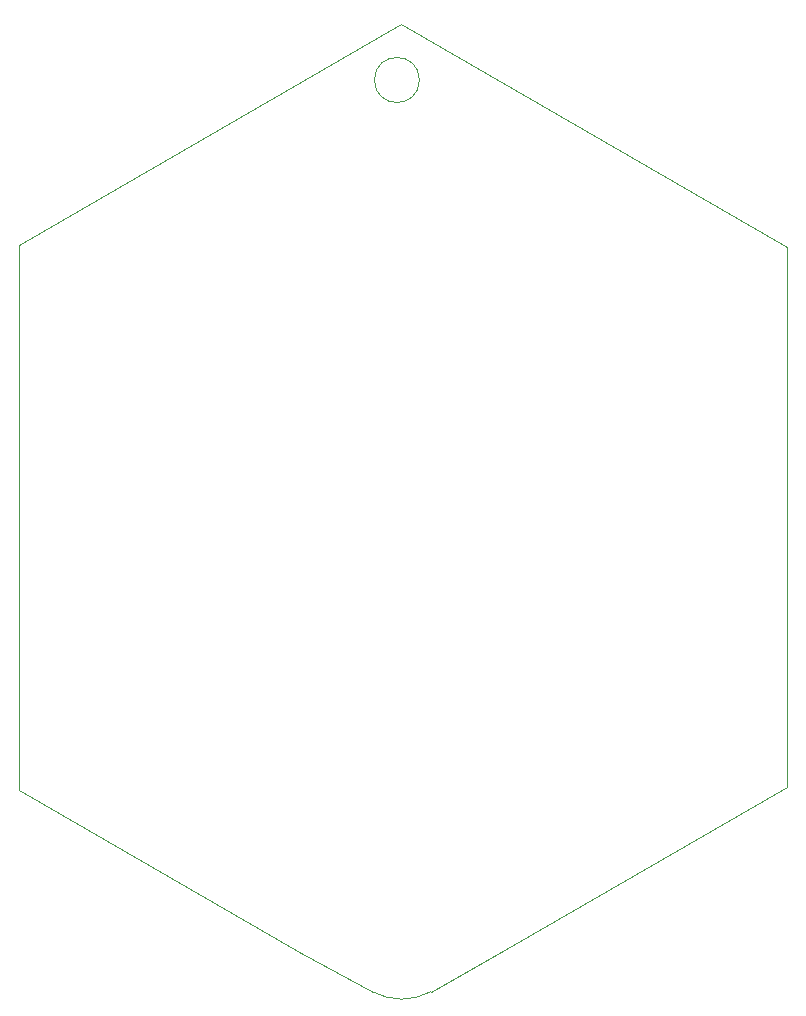
<source format=gbr>
%TF.GenerationSoftware,KiCad,Pcbnew,8.0.4*%
%TF.CreationDate,2024-09-11T19:09:03-07:00*%
%TF.ProjectId,EMFbadgeforMAKE-sizedfor3inchbagLCSCassembly,454d4662-6164-4676-9566-6f724d414b45,rev?*%
%TF.SameCoordinates,Original*%
%TF.FileFunction,Profile,NP*%
%FSLAX46Y46*%
G04 Gerber Fmt 4.6, Leading zero omitted, Abs format (unit mm)*
G04 Created by KiCad (PCBNEW 8.0.4) date 2024-09-11 19:09:03*
%MOMM*%
%LPD*%
G01*
G04 APERTURE LIST*
%TA.AperFunction,Profile*%
%ADD10C,0.004398*%
%TD*%
G04 APERTURE END LIST*
D10*
X129605000Y-134770000D02*
X129625000Y-88660000D01*
X161951102Y-69979507D02*
X194605808Y-88830000D01*
X129625000Y-88660000D02*
X161950989Y-69979511D01*
X153499165Y-148583165D02*
X129605000Y-134770000D01*
X164434623Y-151891722D02*
X170425494Y-148523757D01*
X164434594Y-151891865D02*
G75*
G02*
X159518089Y-151883940I-2450994J4507065D01*
G01*
X194605823Y-88830000D02*
X194615000Y-134550000D01*
X153499271Y-148583333D02*
X159517730Y-151883852D01*
X194615000Y-134550000D02*
X170425547Y-148523744D01*
X163490000Y-74690000D02*
G75*
G02*
X159680000Y-74690000I-1905000J0D01*
G01*
X159680000Y-74690000D02*
G75*
G02*
X163490000Y-74690000I1905000J0D01*
G01*
M02*

</source>
